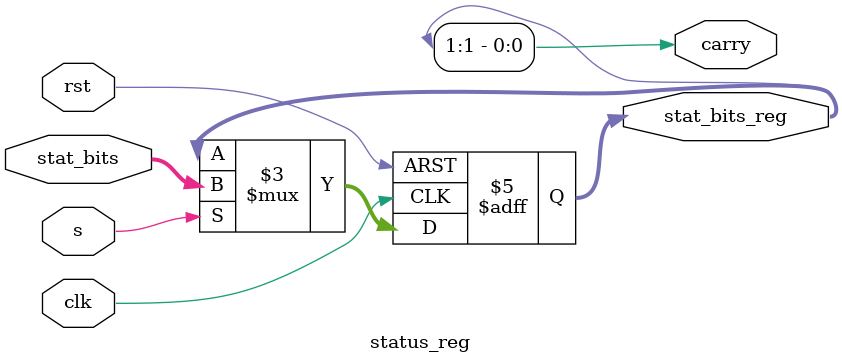
<source format=v>
module status_reg(clk,rst,stat_bits,s,carry,stat_bits_reg);
    input [3:0] stat_bits;
    input clk,rst,s;
    output carry;
    output reg [3:0] stat_bits_reg;

    always @(negedge clk, posedge rst) begin
            if(rst)begin
                stat_bits_reg = 4'b0;
            end
            else begin
                if(s) begin
                    stat_bits_reg = stat_bits;
                end
                else begin end
            end
    end

    assign carry = stat_bits_reg[1];
        
endmodule
</source>
